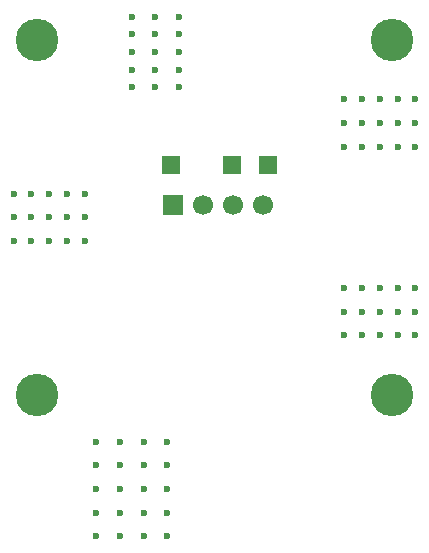
<source format=gbr>
%TF.GenerationSoftware,KiCad,Pcbnew,9.0.4*%
%TF.CreationDate,2025-09-29T17:30:01-04:00*%
%TF.ProjectId,power-board,706f7765-722d-4626-9f61-72642e6b6963,rev?*%
%TF.SameCoordinates,Original*%
%TF.FileFunction,Soldermask,Bot*%
%TF.FilePolarity,Negative*%
%FSLAX46Y46*%
G04 Gerber Fmt 4.6, Leading zero omitted, Abs format (unit mm)*
G04 Created by KiCad (PCBNEW 9.0.4) date 2025-09-29 17:30:01*
%MOMM*%
%LPD*%
G01*
G04 APERTURE LIST*
G04 Aperture macros list*
%AMRoundRect*
0 Rectangle with rounded corners*
0 $1 Rounding radius*
0 $2 $3 $4 $5 $6 $7 $8 $9 X,Y pos of 4 corners*
0 Add a 4 corners polygon primitive as box body*
4,1,4,$2,$3,$4,$5,$6,$7,$8,$9,$2,$3,0*
0 Add four circle primitives for the rounded corners*
1,1,$1+$1,$2,$3*
1,1,$1+$1,$4,$5*
1,1,$1+$1,$6,$7*
1,1,$1+$1,$8,$9*
0 Add four rect primitives between the rounded corners*
20,1,$1+$1,$2,$3,$4,$5,0*
20,1,$1+$1,$4,$5,$6,$7,0*
20,1,$1+$1,$6,$7,$8,$9,0*
20,1,$1+$1,$8,$9,$2,$3,0*%
G04 Aperture macros list end*
%ADD10C,0.600000*%
%ADD11RoundRect,0.250000X-0.550000X-0.550000X0.550000X-0.550000X0.550000X0.550000X-0.550000X0.550000X0*%
%ADD12C,3.600000*%
%ADD13C,1.700000*%
%ADD14R,1.700000X1.700000*%
G04 APERTURE END LIST*
D10*
%TO.C,J9*%
X75000000Y-84000000D03*
X75000000Y-86000000D03*
X75000000Y-88000000D03*
X75000000Y-90000000D03*
X75000000Y-92000000D03*
X77000000Y-84000000D03*
X77000000Y-86000000D03*
X77000000Y-88000000D03*
X77000000Y-90000000D03*
X77000000Y-92000000D03*
X79000000Y-84000000D03*
X79000000Y-86000000D03*
X79000000Y-88000000D03*
X79000000Y-90000000D03*
X79000000Y-92000000D03*
X81000000Y-84000000D03*
X81000000Y-86000000D03*
X81000000Y-88000000D03*
X81000000Y-90000000D03*
X81000000Y-92000000D03*
%TD*%
D11*
%TO.C,J11*%
X86500000Y-60600000D03*
%TD*%
D12*
%TO.C,H4*%
X100000000Y-80000000D03*
%TD*%
D11*
%TO.C,J12*%
X89500000Y-60600000D03*
%TD*%
D10*
%TO.C,J5*%
X68000000Y-67000000D03*
X69500000Y-67000000D03*
X71000000Y-67000000D03*
X72500000Y-67000000D03*
X74000000Y-67000000D03*
X68000000Y-65000000D03*
X69500000Y-65000000D03*
X71000000Y-65000000D03*
X72500000Y-65000000D03*
X74000000Y-65000000D03*
X68000000Y-63000000D03*
X69500000Y-63000000D03*
X71000000Y-63000000D03*
X72500000Y-63000000D03*
X74000000Y-63000000D03*
%TD*%
%TO.C,J7*%
X102000000Y-71000000D03*
X100500000Y-71000000D03*
X99000000Y-71000000D03*
X97500000Y-71000000D03*
X96000000Y-71000000D03*
X102000000Y-73000000D03*
X100500000Y-73000000D03*
X99000000Y-73000000D03*
X97500000Y-73000000D03*
X96000000Y-73000000D03*
X102000000Y-75000000D03*
X100500000Y-75000000D03*
X99000000Y-75000000D03*
X97500000Y-75000000D03*
X96000000Y-75000000D03*
%TD*%
%TO.C,J3*%
X102000000Y-55000000D03*
X100500000Y-55000000D03*
X99000000Y-55000000D03*
X97500000Y-55000000D03*
X96000000Y-55000000D03*
X102000000Y-57000000D03*
X100500000Y-57000000D03*
X99000000Y-57000000D03*
X97500000Y-57000000D03*
X96000000Y-57000000D03*
X102000000Y-59000000D03*
X100500000Y-59000000D03*
X99000000Y-59000000D03*
X97500000Y-59000000D03*
X96000000Y-59000000D03*
%TD*%
D12*
%TO.C,H1*%
X70000000Y-50000000D03*
%TD*%
D13*
%TO.C,P1*%
X89080000Y-63975000D03*
X86540000Y-63975000D03*
X84000000Y-63975000D03*
D14*
X81460000Y-63975000D03*
%TD*%
D10*
%TO.C,J1*%
X78000000Y-48000000D03*
X78000000Y-49500000D03*
X78000000Y-51000000D03*
X78000000Y-52500000D03*
X78000000Y-54000000D03*
X80000000Y-48000000D03*
X80000000Y-49500000D03*
X80000000Y-51000000D03*
X80000000Y-52500000D03*
X80000000Y-54000000D03*
X82000000Y-48000000D03*
X82000000Y-49500000D03*
X82000000Y-51000000D03*
X82000000Y-52500000D03*
X82000000Y-54000000D03*
%TD*%
D12*
%TO.C,H2*%
X100000000Y-50000000D03*
%TD*%
D11*
%TO.C,J10*%
X81300000Y-60600000D03*
%TD*%
D12*
%TO.C,H3*%
X70000000Y-80000000D03*
%TD*%
M02*

</source>
